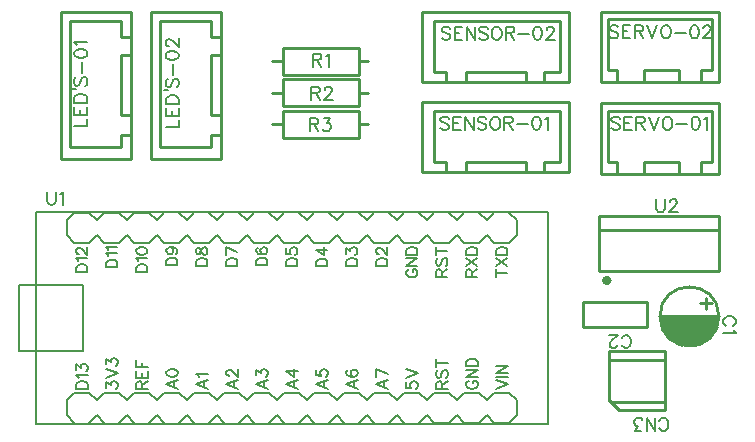
<source format=gto>
G04 Layer: TopSilkscreenLayer*
G04 EasyEDA v6.5.34, 2023-10-05 18:46:17*
G04 95b8fe5a1411474d91de7b1b8a81d935,93498b55e67a4190998fc8b5c4fdbdff,10*
G04 Gerber Generator version 0.2*
G04 Scale: 100 percent, Rotated: No, Reflected: No *
G04 Dimensions in millimeters *
G04 leading zeros omitted , absolute positions ,4 integer and 5 decimal *
%FSLAX45Y45*%
%MOMM*%

%ADD10C,0.1524*%
%ADD11C,0.1500*%
%ADD12C,0.2540*%
%ADD13C,0.1520*%
%ADD14C,0.4000*%
%ADD15C,0.0108*%

%LPD*%
D10*
X5675122Y5968492D02*
G01*
X5680456Y5958078D01*
X5690870Y5947663D01*
X5701029Y5942584D01*
X5721858Y5942584D01*
X5732272Y5947663D01*
X5742686Y5958078D01*
X5748020Y5968492D01*
X5753100Y5984239D01*
X5753100Y6010147D01*
X5748020Y6025642D01*
X5742686Y6036055D01*
X5732272Y6046470D01*
X5721858Y6051550D01*
X5701029Y6051550D01*
X5690870Y6046470D01*
X5680456Y6036055D01*
X5675122Y6025642D01*
X5635752Y5968492D02*
G01*
X5635752Y5963412D01*
X5630418Y5952997D01*
X5625338Y5947663D01*
X5614924Y5942584D01*
X5594095Y5942584D01*
X5583681Y5947663D01*
X5578602Y5952997D01*
X5573268Y5963412D01*
X5573268Y5973826D01*
X5578602Y5984239D01*
X5589015Y5999734D01*
X5640831Y6051550D01*
X5568188Y6051550D01*
X6617208Y6132321D02*
G01*
X6627622Y6137655D01*
X6638036Y6148070D01*
X6643115Y6158229D01*
X6643115Y6179057D01*
X6638036Y6189471D01*
X6627622Y6199886D01*
X6617208Y6205220D01*
X6601459Y6210300D01*
X6575552Y6210300D01*
X6560058Y6205220D01*
X6549643Y6199886D01*
X6539229Y6189471D01*
X6534150Y6179057D01*
X6534150Y6158229D01*
X6539229Y6148070D01*
X6549643Y6137655D01*
X6560058Y6132321D01*
X6622288Y6098031D02*
G01*
X6627622Y6087618D01*
X6643115Y6072123D01*
X6534150Y6072123D01*
X5969000Y7202220D02*
G01*
X5969000Y7124242D01*
X5974079Y7108748D01*
X5984493Y7098334D01*
X6000241Y7093254D01*
X6010656Y7093254D01*
X6026150Y7098334D01*
X6036563Y7108748D01*
X6041643Y7124242D01*
X6041643Y7202220D01*
X6081268Y7176312D02*
G01*
X6081268Y7181392D01*
X6086347Y7191806D01*
X6091681Y7197140D01*
X6102095Y7202220D01*
X6122670Y7202220D01*
X6133084Y7197140D01*
X6138418Y7191806D01*
X6143497Y7181392D01*
X6143497Y7170978D01*
X6138418Y7160564D01*
X6128004Y7145070D01*
X6075934Y7093254D01*
X6148831Y7093254D01*
X1040384Y7823200D02*
G01*
X1149350Y7823200D01*
X1149350Y7823200D02*
G01*
X1149350Y7885429D01*
X1040384Y7919720D02*
G01*
X1149350Y7919720D01*
X1040384Y7919720D02*
G01*
X1040384Y7987284D01*
X1092200Y7919720D02*
G01*
X1092200Y7961376D01*
X1149350Y7919720D02*
G01*
X1149350Y7987284D01*
X1040384Y8021573D02*
G01*
X1149350Y8021573D01*
X1040384Y8021573D02*
G01*
X1040384Y8058150D01*
X1045463Y8073644D01*
X1055878Y8084058D01*
X1066292Y8089137D01*
X1082039Y8094471D01*
X1107947Y8094471D01*
X1123442Y8089137D01*
X1133855Y8084058D01*
X1144270Y8073644D01*
X1149350Y8058150D01*
X1149350Y8021573D01*
X1024889Y8139176D02*
G01*
X1055878Y8139176D01*
X1055878Y8235695D02*
G01*
X1045463Y8225281D01*
X1040384Y8209787D01*
X1040384Y8188960D01*
X1045463Y8173465D01*
X1055878Y8163052D01*
X1066292Y8163052D01*
X1076705Y8168131D01*
X1082039Y8173465D01*
X1087120Y8183879D01*
X1097534Y8214868D01*
X1102613Y8225281D01*
X1107947Y8230615D01*
X1118362Y8235695D01*
X1133855Y8235695D01*
X1144270Y8225281D01*
X1149350Y8209787D01*
X1149350Y8188960D01*
X1144270Y8173465D01*
X1133855Y8163052D01*
X1102613Y8269986D02*
G01*
X1102613Y8363458D01*
X1040384Y8428989D02*
G01*
X1045463Y8413495D01*
X1061212Y8403081D01*
X1087120Y8397747D01*
X1102613Y8397747D01*
X1128776Y8403081D01*
X1144270Y8413495D01*
X1149350Y8428989D01*
X1149350Y8439404D01*
X1144270Y8454897D01*
X1128776Y8465312D01*
X1102613Y8470645D01*
X1087120Y8470645D01*
X1061212Y8465312D01*
X1045463Y8454897D01*
X1040384Y8439404D01*
X1040384Y8428989D01*
X1061212Y8504936D02*
G01*
X1055878Y8515350D01*
X1040384Y8530844D01*
X1149350Y8530844D01*
X1815084Y7810500D02*
G01*
X1924050Y7810500D01*
X1924050Y7810500D02*
G01*
X1924050Y7872729D01*
X1815084Y7907020D02*
G01*
X1924050Y7907020D01*
X1815084Y7907020D02*
G01*
X1815084Y7974584D01*
X1866900Y7907020D02*
G01*
X1866900Y7948676D01*
X1924050Y7907020D02*
G01*
X1924050Y7974584D01*
X1815084Y8008873D02*
G01*
X1924050Y8008873D01*
X1815084Y8008873D02*
G01*
X1815084Y8045450D01*
X1820163Y8060944D01*
X1830578Y8071358D01*
X1840992Y8076437D01*
X1856739Y8081771D01*
X1882647Y8081771D01*
X1898142Y8076437D01*
X1908555Y8071358D01*
X1918970Y8060944D01*
X1924050Y8045450D01*
X1924050Y8008873D01*
X1799589Y8126476D02*
G01*
X1830578Y8126476D01*
X1830578Y8222995D02*
G01*
X1820163Y8212581D01*
X1815084Y8197087D01*
X1815084Y8176260D01*
X1820163Y8160765D01*
X1830578Y8150352D01*
X1840992Y8150352D01*
X1851405Y8155431D01*
X1856739Y8160765D01*
X1861820Y8171179D01*
X1872234Y8202168D01*
X1877313Y8212581D01*
X1882647Y8217915D01*
X1893062Y8222995D01*
X1908555Y8222995D01*
X1918970Y8212581D01*
X1924050Y8197087D01*
X1924050Y8176260D01*
X1918970Y8160765D01*
X1908555Y8150352D01*
X1877313Y8257286D02*
G01*
X1877313Y8350758D01*
X1815084Y8416289D02*
G01*
X1820163Y8400795D01*
X1835912Y8390381D01*
X1861820Y8385047D01*
X1877313Y8385047D01*
X1903476Y8390381D01*
X1918970Y8400795D01*
X1924050Y8416289D01*
X1924050Y8426704D01*
X1918970Y8442197D01*
X1903476Y8452612D01*
X1877313Y8457945D01*
X1861820Y8457945D01*
X1835912Y8452612D01*
X1820163Y8442197D01*
X1815084Y8426704D01*
X1815084Y8416289D01*
X1840992Y8497315D02*
G01*
X1835912Y8497315D01*
X1825497Y8502650D01*
X1820163Y8507729D01*
X1815084Y8518144D01*
X1815084Y8538971D01*
X1820163Y8549386D01*
X1825497Y8554465D01*
X1835912Y8559800D01*
X1846326Y8559800D01*
X1856739Y8554465D01*
X1872234Y8544052D01*
X1924050Y8492236D01*
X1924050Y8564879D01*
X4212843Y7884921D02*
G01*
X4202429Y7895336D01*
X4186936Y7900415D01*
X4166108Y7900415D01*
X4150613Y7895336D01*
X4140200Y7884921D01*
X4140200Y7874508D01*
X4145279Y7864094D01*
X4150613Y7858760D01*
X4161027Y7853679D01*
X4192270Y7843265D01*
X4202429Y7838186D01*
X4207763Y7832852D01*
X4212843Y7822437D01*
X4212843Y7806944D01*
X4202429Y7796529D01*
X4186936Y7791450D01*
X4166108Y7791450D01*
X4150613Y7796529D01*
X4140200Y7806944D01*
X4247134Y7900415D02*
G01*
X4247134Y7791450D01*
X4247134Y7900415D02*
G01*
X4314697Y7900415D01*
X4247134Y7848600D02*
G01*
X4288790Y7848600D01*
X4247134Y7791450D02*
G01*
X4314697Y7791450D01*
X4348988Y7900415D02*
G01*
X4348988Y7791450D01*
X4348988Y7900415D02*
G01*
X4421886Y7791450D01*
X4421886Y7900415D02*
G01*
X4421886Y7791450D01*
X4528820Y7884921D02*
G01*
X4518406Y7895336D01*
X4502911Y7900415D01*
X4482084Y7900415D01*
X4466590Y7895336D01*
X4456175Y7884921D01*
X4456175Y7874508D01*
X4461256Y7864094D01*
X4466590Y7858760D01*
X4476750Y7853679D01*
X4507991Y7843265D01*
X4518406Y7838186D01*
X4523740Y7832852D01*
X4528820Y7822437D01*
X4528820Y7806944D01*
X4518406Y7796529D01*
X4502911Y7791450D01*
X4482084Y7791450D01*
X4466590Y7796529D01*
X4456175Y7806944D01*
X4594352Y7900415D02*
G01*
X4583938Y7895336D01*
X4573524Y7884921D01*
X4568190Y7874508D01*
X4563109Y7858760D01*
X4563109Y7832852D01*
X4568190Y7817358D01*
X4573524Y7806944D01*
X4583938Y7796529D01*
X4594352Y7791450D01*
X4615179Y7791450D01*
X4625340Y7796529D01*
X4635754Y7806944D01*
X4641088Y7817358D01*
X4646168Y7832852D01*
X4646168Y7858760D01*
X4641088Y7874508D01*
X4635754Y7884921D01*
X4625340Y7895336D01*
X4615179Y7900415D01*
X4594352Y7900415D01*
X4680458Y7900415D02*
G01*
X4680458Y7791450D01*
X4680458Y7900415D02*
G01*
X4727193Y7900415D01*
X4742941Y7895336D01*
X4748022Y7890002D01*
X4753356Y7879587D01*
X4753356Y7869173D01*
X4748022Y7858760D01*
X4742941Y7853679D01*
X4727193Y7848600D01*
X4680458Y7848600D01*
X4716779Y7848600D02*
G01*
X4753356Y7791450D01*
X4787645Y7838186D02*
G01*
X4881118Y7838186D01*
X4946650Y7900415D02*
G01*
X4930902Y7895336D01*
X4920488Y7879587D01*
X4915408Y7853679D01*
X4915408Y7838186D01*
X4920488Y7812023D01*
X4930902Y7796529D01*
X4946650Y7791450D01*
X4956809Y7791450D01*
X4972558Y7796529D01*
X4982972Y7812023D01*
X4988052Y7838186D01*
X4988052Y7853679D01*
X4982972Y7879587D01*
X4972558Y7895336D01*
X4956809Y7900415D01*
X4946650Y7900415D01*
X5022341Y7879587D02*
G01*
X5032756Y7884921D01*
X5048250Y7900415D01*
X5048250Y7791450D01*
X4225543Y8646921D02*
G01*
X4215129Y8657336D01*
X4199636Y8662415D01*
X4178808Y8662415D01*
X4163313Y8657336D01*
X4152900Y8646921D01*
X4152900Y8636508D01*
X4157979Y8626094D01*
X4163313Y8620760D01*
X4173727Y8615679D01*
X4204970Y8605265D01*
X4215129Y8600186D01*
X4220463Y8594852D01*
X4225543Y8584437D01*
X4225543Y8568944D01*
X4215129Y8558529D01*
X4199636Y8553450D01*
X4178808Y8553450D01*
X4163313Y8558529D01*
X4152900Y8568944D01*
X4259834Y8662415D02*
G01*
X4259834Y8553450D01*
X4259834Y8662415D02*
G01*
X4327397Y8662415D01*
X4259834Y8610600D02*
G01*
X4301490Y8610600D01*
X4259834Y8553450D02*
G01*
X4327397Y8553450D01*
X4361688Y8662415D02*
G01*
X4361688Y8553450D01*
X4361688Y8662415D02*
G01*
X4434586Y8553450D01*
X4434586Y8662415D02*
G01*
X4434586Y8553450D01*
X4541520Y8646921D02*
G01*
X4531106Y8657336D01*
X4515611Y8662415D01*
X4494784Y8662415D01*
X4479290Y8657336D01*
X4468875Y8646921D01*
X4468875Y8636508D01*
X4473956Y8626094D01*
X4479290Y8620760D01*
X4489450Y8615679D01*
X4520691Y8605265D01*
X4531106Y8600186D01*
X4536440Y8594852D01*
X4541520Y8584437D01*
X4541520Y8568944D01*
X4531106Y8558529D01*
X4515611Y8553450D01*
X4494784Y8553450D01*
X4479290Y8558529D01*
X4468875Y8568944D01*
X4607052Y8662415D02*
G01*
X4596638Y8657336D01*
X4586224Y8646921D01*
X4580890Y8636508D01*
X4575809Y8620760D01*
X4575809Y8594852D01*
X4580890Y8579358D01*
X4586224Y8568944D01*
X4596638Y8558529D01*
X4607052Y8553450D01*
X4627879Y8553450D01*
X4638040Y8558529D01*
X4648454Y8568944D01*
X4653788Y8579358D01*
X4658868Y8594852D01*
X4658868Y8620760D01*
X4653788Y8636508D01*
X4648454Y8646921D01*
X4638040Y8657336D01*
X4627879Y8662415D01*
X4607052Y8662415D01*
X4693158Y8662415D02*
G01*
X4693158Y8553450D01*
X4693158Y8662415D02*
G01*
X4739893Y8662415D01*
X4755641Y8657336D01*
X4760722Y8652002D01*
X4766056Y8641587D01*
X4766056Y8631174D01*
X4760722Y8620760D01*
X4755641Y8615679D01*
X4739893Y8610600D01*
X4693158Y8610600D01*
X4729479Y8610600D02*
G01*
X4766056Y8553450D01*
X4800345Y8600186D02*
G01*
X4893818Y8600186D01*
X4959350Y8662415D02*
G01*
X4943602Y8657336D01*
X4933188Y8641587D01*
X4928108Y8615679D01*
X4928108Y8600186D01*
X4933188Y8574024D01*
X4943602Y8558529D01*
X4959350Y8553450D01*
X4969509Y8553450D01*
X4985258Y8558529D01*
X4995672Y8574024D01*
X5000752Y8600186D01*
X5000752Y8615679D01*
X4995672Y8641587D01*
X4985258Y8657336D01*
X4969509Y8662415D01*
X4959350Y8662415D01*
X5040375Y8636508D02*
G01*
X5040375Y8641587D01*
X5045456Y8652002D01*
X5050790Y8657336D01*
X5060950Y8662415D01*
X5081777Y8662415D01*
X5092191Y8657336D01*
X5097525Y8652002D01*
X5102606Y8641587D01*
X5102606Y8631174D01*
X5097525Y8620760D01*
X5087111Y8605265D01*
X5035041Y8553450D01*
X5107940Y8553450D01*
X5660694Y7884921D02*
G01*
X5650280Y7895336D01*
X5634786Y7900415D01*
X5613958Y7900415D01*
X5598464Y7895336D01*
X5588050Y7884921D01*
X5588050Y7874508D01*
X5593130Y7864094D01*
X5598464Y7858760D01*
X5608878Y7853679D01*
X5639866Y7843265D01*
X5650280Y7838186D01*
X5655614Y7832852D01*
X5660694Y7822437D01*
X5660694Y7806944D01*
X5650280Y7796529D01*
X5634786Y7791450D01*
X5613958Y7791450D01*
X5598464Y7796529D01*
X5588050Y7806944D01*
X5694984Y7900415D02*
G01*
X5694984Y7791450D01*
X5694984Y7900415D02*
G01*
X5762548Y7900415D01*
X5694984Y7848600D02*
G01*
X5736640Y7848600D01*
X5694984Y7791450D02*
G01*
X5762548Y7791450D01*
X5796838Y7900415D02*
G01*
X5796838Y7791450D01*
X5796838Y7900415D02*
G01*
X5843574Y7900415D01*
X5859322Y7895336D01*
X5864402Y7890002D01*
X5869482Y7879587D01*
X5869482Y7869173D01*
X5864402Y7858760D01*
X5859322Y7853679D01*
X5843574Y7848600D01*
X5796838Y7848600D01*
X5833160Y7848600D02*
G01*
X5869482Y7791450D01*
X5903772Y7900415D02*
G01*
X5945428Y7791450D01*
X5987084Y7900415D02*
G01*
X5945428Y7791450D01*
X6052362Y7900415D02*
G01*
X6042202Y7895336D01*
X6031788Y7884921D01*
X6026454Y7874508D01*
X6021374Y7858760D01*
X6021374Y7832852D01*
X6026454Y7817358D01*
X6031788Y7806944D01*
X6042202Y7796529D01*
X6052362Y7791450D01*
X6073190Y7791450D01*
X6083604Y7796529D01*
X6094018Y7806944D01*
X6099352Y7817358D01*
X6104432Y7832852D01*
X6104432Y7858760D01*
X6099352Y7874508D01*
X6094018Y7884921D01*
X6083604Y7895336D01*
X6073190Y7900415D01*
X6052362Y7900415D01*
X6138722Y7838186D02*
G01*
X6232194Y7838186D01*
X6297726Y7900415D02*
G01*
X6282232Y7895336D01*
X6271818Y7879587D01*
X6266484Y7853679D01*
X6266484Y7838186D01*
X6271818Y7812023D01*
X6282232Y7796529D01*
X6297726Y7791450D01*
X6308140Y7791450D01*
X6323634Y7796529D01*
X6334048Y7812023D01*
X6339382Y7838186D01*
X6339382Y7853679D01*
X6334048Y7879587D01*
X6323634Y7895336D01*
X6308140Y7900415D01*
X6297726Y7900415D01*
X6373672Y7879587D02*
G01*
X6383832Y7884921D01*
X6399580Y7900415D01*
X6399580Y7791450D01*
X5647994Y8659621D02*
G01*
X5637580Y8670036D01*
X5622086Y8675115D01*
X5601258Y8675115D01*
X5585764Y8670036D01*
X5575350Y8659621D01*
X5575350Y8649208D01*
X5580430Y8638794D01*
X5585764Y8633460D01*
X5596178Y8628379D01*
X5627166Y8617965D01*
X5637580Y8612886D01*
X5642914Y8607552D01*
X5647994Y8597137D01*
X5647994Y8581644D01*
X5637580Y8571229D01*
X5622086Y8566150D01*
X5601258Y8566150D01*
X5585764Y8571229D01*
X5575350Y8581644D01*
X5682284Y8675115D02*
G01*
X5682284Y8566150D01*
X5682284Y8675115D02*
G01*
X5749848Y8675115D01*
X5682284Y8623300D02*
G01*
X5723940Y8623300D01*
X5682284Y8566150D02*
G01*
X5749848Y8566150D01*
X5784138Y8675115D02*
G01*
X5784138Y8566150D01*
X5784138Y8675115D02*
G01*
X5830874Y8675115D01*
X5846622Y8670036D01*
X5851702Y8664702D01*
X5856782Y8654287D01*
X5856782Y8643874D01*
X5851702Y8633460D01*
X5846622Y8628379D01*
X5830874Y8623300D01*
X5784138Y8623300D01*
X5820460Y8623300D02*
G01*
X5856782Y8566150D01*
X5891072Y8675115D02*
G01*
X5932728Y8566150D01*
X5974384Y8675115D02*
G01*
X5932728Y8566150D01*
X6039662Y8675115D02*
G01*
X6029502Y8670036D01*
X6019088Y8659621D01*
X6013754Y8649208D01*
X6008674Y8633460D01*
X6008674Y8607552D01*
X6013754Y8592058D01*
X6019088Y8581644D01*
X6029502Y8571229D01*
X6039662Y8566150D01*
X6060490Y8566150D01*
X6070904Y8571229D01*
X6081318Y8581644D01*
X6086652Y8592058D01*
X6091732Y8607552D01*
X6091732Y8633460D01*
X6086652Y8649208D01*
X6081318Y8659621D01*
X6070904Y8670036D01*
X6060490Y8675115D01*
X6039662Y8675115D01*
X6126022Y8612886D02*
G01*
X6219494Y8612886D01*
X6285026Y8675115D02*
G01*
X6269532Y8670036D01*
X6259118Y8654287D01*
X6253784Y8628379D01*
X6253784Y8612886D01*
X6259118Y8586724D01*
X6269532Y8571229D01*
X6285026Y8566150D01*
X6295440Y8566150D01*
X6310934Y8571229D01*
X6321348Y8586724D01*
X6326682Y8612886D01*
X6326682Y8628379D01*
X6321348Y8654287D01*
X6310934Y8670036D01*
X6295440Y8675115D01*
X6285026Y8675115D01*
X6366052Y8649208D02*
G01*
X6366052Y8654287D01*
X6371132Y8664702D01*
X6376466Y8670036D01*
X6386880Y8675115D01*
X6407708Y8675115D01*
X6418122Y8670036D01*
X6423202Y8664702D01*
X6428282Y8654287D01*
X6428282Y8643874D01*
X6423202Y8633460D01*
X6412788Y8617965D01*
X6360972Y8566150D01*
X6433616Y8566150D01*
X5992624Y5269999D02*
G01*
X5997958Y5259585D01*
X6008372Y5249171D01*
X6018532Y5244091D01*
X6039360Y5244091D01*
X6049774Y5249171D01*
X6060188Y5259585D01*
X6065522Y5269999D01*
X6070602Y5285747D01*
X6070602Y5311655D01*
X6065522Y5327149D01*
X6060188Y5337563D01*
X6049774Y5347977D01*
X6039360Y5353057D01*
X6018532Y5353057D01*
X6008372Y5347977D01*
X5997958Y5337563D01*
X5992624Y5327149D01*
X5958334Y5244091D02*
G01*
X5958334Y5353057D01*
X5958334Y5244091D02*
G01*
X5885690Y5353057D01*
X5885690Y5244091D02*
G01*
X5885690Y5353057D01*
X5840986Y5244091D02*
G01*
X5783836Y5244091D01*
X5815078Y5285747D01*
X5799330Y5285747D01*
X5788916Y5290827D01*
X5783836Y5295907D01*
X5778502Y5311655D01*
X5778502Y5322069D01*
X5783836Y5337563D01*
X5794250Y5347977D01*
X5809744Y5353057D01*
X5825492Y5353057D01*
X5840986Y5347977D01*
X5846066Y5342897D01*
X5851400Y5332483D01*
X3060700Y8433815D02*
G01*
X3060700Y8324850D01*
X3060700Y8433815D02*
G01*
X3107436Y8433815D01*
X3122929Y8428736D01*
X3128263Y8423402D01*
X3133343Y8412987D01*
X3133343Y8402574D01*
X3128263Y8392160D01*
X3122929Y8387079D01*
X3107436Y8382000D01*
X3060700Y8382000D01*
X3097022Y8382000D02*
G01*
X3133343Y8324850D01*
X3167634Y8412987D02*
G01*
X3178047Y8418321D01*
X3193795Y8433815D01*
X3193795Y8324850D01*
X3048000Y8154415D02*
G01*
X3048000Y8045450D01*
X3048000Y8154415D02*
G01*
X3094736Y8154415D01*
X3110229Y8149336D01*
X3115563Y8144002D01*
X3120643Y8133587D01*
X3120643Y8123173D01*
X3115563Y8112760D01*
X3110229Y8107679D01*
X3094736Y8102600D01*
X3048000Y8102600D01*
X3084322Y8102600D02*
G01*
X3120643Y8045450D01*
X3160268Y8128508D02*
G01*
X3160268Y8133587D01*
X3165347Y8144002D01*
X3170681Y8149336D01*
X3181095Y8154415D01*
X3201670Y8154415D01*
X3212084Y8149336D01*
X3217418Y8144002D01*
X3222497Y8133587D01*
X3222497Y8123173D01*
X3217418Y8112760D01*
X3207004Y8097265D01*
X3154934Y8045450D01*
X3227831Y8045450D01*
X3035300Y7887715D02*
G01*
X3035300Y7778750D01*
X3035300Y7887715D02*
G01*
X3082036Y7887715D01*
X3097529Y7882636D01*
X3102863Y7877302D01*
X3107943Y7866887D01*
X3107943Y7856473D01*
X3102863Y7846060D01*
X3097529Y7840979D01*
X3082036Y7835900D01*
X3035300Y7835900D01*
X3071622Y7835900D02*
G01*
X3107943Y7778750D01*
X3152647Y7887715D02*
G01*
X3209797Y7887715D01*
X3178809Y7846060D01*
X3194304Y7846060D01*
X3204718Y7840979D01*
X3209797Y7835900D01*
X3215131Y7820152D01*
X3215131Y7809737D01*
X3209797Y7794244D01*
X3199384Y7783829D01*
X3183890Y7778750D01*
X3168395Y7778750D01*
X3152647Y7783829D01*
X3147568Y7788910D01*
X3142234Y7799323D01*
X812800Y7265415D02*
G01*
X812800Y7187437D01*
X817879Y7171944D01*
X828294Y7161529D01*
X844042Y7156450D01*
X854455Y7156450D01*
X869950Y7161529D01*
X880363Y7171944D01*
X885444Y7187437D01*
X885444Y7265415D01*
X919734Y7244587D02*
G01*
X930147Y7249921D01*
X945895Y7265415D01*
X945895Y7156450D01*
D11*
X1058862Y5598594D02*
G01*
X1154366Y5598594D01*
X1058862Y5598594D02*
G01*
X1058862Y5630344D01*
X1063434Y5644060D01*
X1072324Y5653204D01*
X1081468Y5657776D01*
X1095184Y5662348D01*
X1117790Y5662348D01*
X1131506Y5657776D01*
X1140650Y5653204D01*
X1149794Y5644060D01*
X1154366Y5630344D01*
X1154366Y5598594D01*
X1076896Y5692320D02*
G01*
X1072324Y5701210D01*
X1058862Y5714926D01*
X1154366Y5714926D01*
X1058862Y5754042D02*
G01*
X1058862Y5804080D01*
X1095184Y5776902D01*
X1095184Y5790364D01*
X1099756Y5799508D01*
X1104328Y5804080D01*
X1117790Y5808652D01*
X1126934Y5808652D01*
X1140650Y5804080D01*
X1149794Y5794936D01*
X1154366Y5781220D01*
X1154366Y5767758D01*
X1149794Y5754042D01*
X1145222Y5749470D01*
X1136078Y5744898D01*
X1312857Y5607733D02*
G01*
X1312857Y5657771D01*
X1349179Y5630339D01*
X1349179Y5644055D01*
X1353751Y5653199D01*
X1358323Y5657771D01*
X1371785Y5662343D01*
X1380929Y5662343D01*
X1394645Y5657771D01*
X1403789Y5648627D01*
X1408361Y5634911D01*
X1408361Y5621195D01*
X1403789Y5607733D01*
X1399217Y5603161D01*
X1390073Y5598589D01*
X1312857Y5692315D02*
G01*
X1408361Y5728637D01*
X1312857Y5764959D02*
G01*
X1408361Y5728637D01*
X1312857Y5804075D02*
G01*
X1312857Y5854113D01*
X1349179Y5826681D01*
X1349179Y5840397D01*
X1353751Y5849541D01*
X1358323Y5854113D01*
X1371785Y5858685D01*
X1380929Y5858685D01*
X1394645Y5854113D01*
X1403789Y5844969D01*
X1408361Y5831253D01*
X1408361Y5817791D01*
X1403789Y5804075D01*
X1399217Y5799503D01*
X1390073Y5794931D01*
X1566857Y5598589D02*
G01*
X1662361Y5598589D01*
X1566857Y5598589D02*
G01*
X1566857Y5639483D01*
X1571429Y5653199D01*
X1576001Y5657771D01*
X1584891Y5662343D01*
X1594035Y5662343D01*
X1603179Y5657771D01*
X1607751Y5653199D01*
X1612323Y5639483D01*
X1612323Y5598589D01*
X1612323Y5630339D02*
G01*
X1662361Y5662343D01*
X1566857Y5692315D02*
G01*
X1662361Y5692315D01*
X1566857Y5692315D02*
G01*
X1566857Y5751243D01*
X1612323Y5692315D02*
G01*
X1612323Y5728637D01*
X1662361Y5692315D02*
G01*
X1662361Y5751243D01*
X1566857Y5781215D02*
G01*
X1662361Y5781215D01*
X1566857Y5781215D02*
G01*
X1566857Y5840397D01*
X1612323Y5781215D02*
G01*
X1612323Y5817791D01*
X1820859Y5634913D02*
G01*
X1916363Y5598591D01*
X1820859Y5634913D02*
G01*
X1916363Y5671235D01*
X1884359Y5612307D02*
G01*
X1884359Y5657773D01*
X1820859Y5728639D02*
G01*
X1825431Y5714923D01*
X1838893Y5705779D01*
X1861753Y5701207D01*
X1875215Y5701207D01*
X1898075Y5705779D01*
X1911791Y5714923D01*
X1916363Y5728639D01*
X1916363Y5737783D01*
X1911791Y5751245D01*
X1898075Y5760389D01*
X1875215Y5764961D01*
X1861753Y5764961D01*
X1838893Y5760389D01*
X1825431Y5751245D01*
X1820859Y5737783D01*
X1820859Y5728639D01*
X2074857Y5634911D02*
G01*
X2170361Y5598589D01*
X2074857Y5634911D02*
G01*
X2170361Y5671233D01*
X2138357Y5612305D02*
G01*
X2138357Y5657771D01*
X2092891Y5701205D02*
G01*
X2088319Y5710349D01*
X2074857Y5724065D01*
X2170361Y5724065D01*
X2328859Y5634913D02*
G01*
X2424363Y5598591D01*
X2328859Y5634913D02*
G01*
X2424363Y5671235D01*
X2392359Y5612307D02*
G01*
X2392359Y5657773D01*
X2351465Y5705779D02*
G01*
X2346893Y5705779D01*
X2338003Y5710351D01*
X2333431Y5714923D01*
X2328859Y5724067D01*
X2328859Y5742101D01*
X2333431Y5751245D01*
X2338003Y5755817D01*
X2346893Y5760389D01*
X2356037Y5760389D01*
X2365181Y5755817D01*
X2378897Y5746673D01*
X2424363Y5701207D01*
X2424363Y5764961D01*
X2582859Y5634913D02*
G01*
X2678363Y5598591D01*
X2582859Y5634913D02*
G01*
X2678363Y5671235D01*
X2646359Y5612307D02*
G01*
X2646359Y5657773D01*
X2582859Y5710351D02*
G01*
X2582859Y5760389D01*
X2619181Y5733211D01*
X2619181Y5746673D01*
X2623753Y5755817D01*
X2628325Y5760389D01*
X2641787Y5764961D01*
X2650931Y5764961D01*
X2664647Y5760389D01*
X2673791Y5751245D01*
X2678363Y5737783D01*
X2678363Y5724067D01*
X2673791Y5710351D01*
X2669219Y5705779D01*
X2660075Y5701207D01*
X2836862Y5634916D02*
G01*
X2932366Y5598594D01*
X2836862Y5634916D02*
G01*
X2932366Y5671238D01*
X2900362Y5612310D02*
G01*
X2900362Y5657776D01*
X2836862Y5746676D02*
G01*
X2900362Y5701210D01*
X2900362Y5769536D01*
X2836862Y5746676D02*
G01*
X2932366Y5746676D01*
X3090859Y5634913D02*
G01*
X3186363Y5598591D01*
X3090859Y5634913D02*
G01*
X3186363Y5671235D01*
X3154359Y5612307D02*
G01*
X3154359Y5657773D01*
X3090859Y5755817D02*
G01*
X3090859Y5710351D01*
X3131753Y5705779D01*
X3127181Y5710351D01*
X3122609Y5724067D01*
X3122609Y5737783D01*
X3127181Y5751245D01*
X3136325Y5760389D01*
X3149787Y5764961D01*
X3158931Y5764961D01*
X3172647Y5760389D01*
X3181791Y5751245D01*
X3186363Y5737783D01*
X3186363Y5724067D01*
X3181791Y5710351D01*
X3177219Y5705779D01*
X3168075Y5701207D01*
X3344862Y5634916D02*
G01*
X3440366Y5598594D01*
X3344862Y5634916D02*
G01*
X3440366Y5671238D01*
X3408362Y5612310D02*
G01*
X3408362Y5657776D01*
X3358324Y5755820D02*
G01*
X3349434Y5751248D01*
X3344862Y5737786D01*
X3344862Y5728642D01*
X3349434Y5714926D01*
X3362896Y5705782D01*
X3385756Y5701210D01*
X3408362Y5701210D01*
X3426650Y5705782D01*
X3435794Y5714926D01*
X3440366Y5728642D01*
X3440366Y5733214D01*
X3435794Y5746676D01*
X3426650Y5755820D01*
X3412934Y5760392D01*
X3408362Y5760392D01*
X3394900Y5755820D01*
X3385756Y5746676D01*
X3381184Y5733214D01*
X3381184Y5728642D01*
X3385756Y5714926D01*
X3394900Y5705782D01*
X3408362Y5701210D01*
X3598859Y5634913D02*
G01*
X3694363Y5598591D01*
X3598859Y5634913D02*
G01*
X3694363Y5671235D01*
X3662359Y5612307D02*
G01*
X3662359Y5657773D01*
X3598859Y5764961D02*
G01*
X3694363Y5719495D01*
X3598859Y5701207D02*
G01*
X3598859Y5764961D01*
X3852859Y5653201D02*
G01*
X3852859Y5607735D01*
X3893753Y5603163D01*
X3889181Y5607735D01*
X3884609Y5621197D01*
X3884609Y5634913D01*
X3889181Y5648629D01*
X3898325Y5657773D01*
X3911787Y5662345D01*
X3920931Y5662345D01*
X3934647Y5657773D01*
X3943791Y5648629D01*
X3948363Y5634913D01*
X3948363Y5621197D01*
X3943791Y5607735D01*
X3939219Y5603163D01*
X3930075Y5598591D01*
X3852859Y5692317D02*
G01*
X3948363Y5728639D01*
X3852859Y5764961D02*
G01*
X3948363Y5728639D01*
X4106857Y5598589D02*
G01*
X4202361Y5598589D01*
X4106857Y5598589D02*
G01*
X4106857Y5639483D01*
X4111429Y5653199D01*
X4116001Y5657771D01*
X4124891Y5662343D01*
X4134035Y5662343D01*
X4143179Y5657771D01*
X4147751Y5653199D01*
X4152323Y5639483D01*
X4152323Y5598589D01*
X4152323Y5630339D02*
G01*
X4202361Y5662343D01*
X4120319Y5755815D02*
G01*
X4111429Y5746671D01*
X4106857Y5733209D01*
X4106857Y5714921D01*
X4111429Y5701205D01*
X4120319Y5692315D01*
X4129463Y5692315D01*
X4138607Y5696887D01*
X4143179Y5701205D01*
X4147751Y5710349D01*
X4156895Y5737781D01*
X4161213Y5746671D01*
X4165785Y5751243D01*
X4174929Y5755815D01*
X4188645Y5755815D01*
X4197789Y5746671D01*
X4202361Y5733209D01*
X4202361Y5714921D01*
X4197789Y5701205D01*
X4188645Y5692315D01*
X4106857Y5817791D02*
G01*
X4202361Y5817791D01*
X4106857Y5785787D02*
G01*
X4106857Y5849541D01*
X4383465Y5666663D02*
G01*
X4374321Y5662345D01*
X4365431Y5653201D01*
X4360859Y5644057D01*
X4360859Y5625769D01*
X4365431Y5616879D01*
X4374321Y5607735D01*
X4383465Y5603163D01*
X4397181Y5598591D01*
X4419787Y5598591D01*
X4433503Y5603163D01*
X4442647Y5607735D01*
X4451791Y5616879D01*
X4456363Y5625769D01*
X4456363Y5644057D01*
X4451791Y5653201D01*
X4442647Y5662345D01*
X4433503Y5666663D01*
X4419787Y5666663D01*
X4419787Y5644057D02*
G01*
X4419787Y5666663D01*
X4360859Y5696889D02*
G01*
X4456363Y5696889D01*
X4360859Y5696889D02*
G01*
X4456363Y5760389D01*
X4360859Y5760389D02*
G01*
X4456363Y5760389D01*
X4360859Y5790361D02*
G01*
X4456363Y5790361D01*
X4360859Y5790361D02*
G01*
X4360859Y5822111D01*
X4365431Y5835827D01*
X4374321Y5844971D01*
X4383465Y5849543D01*
X4397181Y5854115D01*
X4419787Y5854115D01*
X4433503Y5849543D01*
X4442647Y5844971D01*
X4451791Y5835827D01*
X4456363Y5822111D01*
X4456363Y5790361D01*
X4614862Y5598594D02*
G01*
X4710366Y5634916D01*
X4614862Y5671238D02*
G01*
X4710366Y5634916D01*
X4614862Y5701210D02*
G01*
X4710366Y5701210D01*
X4614862Y5731436D02*
G01*
X4710366Y5731436D01*
X4614862Y5731436D02*
G01*
X4710366Y5794936D01*
X4614862Y5794936D02*
G01*
X4710366Y5794936D01*
X1056858Y6587492D02*
G01*
X1152362Y6587492D01*
X1056858Y6587492D02*
G01*
X1056858Y6619242D01*
X1061430Y6632958D01*
X1070320Y6642102D01*
X1079464Y6646674D01*
X1093180Y6651246D01*
X1115786Y6651246D01*
X1129502Y6646674D01*
X1138646Y6642102D01*
X1147790Y6632958D01*
X1152362Y6619242D01*
X1152362Y6587492D01*
X1074892Y6681218D02*
G01*
X1070320Y6690108D01*
X1056858Y6703824D01*
X1152362Y6703824D01*
X1079464Y6738368D02*
G01*
X1074892Y6738368D01*
X1066002Y6742940D01*
X1061430Y6747512D01*
X1056858Y6756656D01*
X1056858Y6774690D01*
X1061430Y6783834D01*
X1066002Y6788406D01*
X1074892Y6792978D01*
X1084036Y6792978D01*
X1093180Y6788406D01*
X1106896Y6779262D01*
X1152362Y6733796D01*
X1152362Y6797550D01*
X1310855Y6628386D02*
G01*
X1406359Y6628386D01*
X1310855Y6628386D02*
G01*
X1310855Y6660136D01*
X1315427Y6673852D01*
X1324317Y6682996D01*
X1333461Y6687568D01*
X1347177Y6692140D01*
X1369783Y6692140D01*
X1383499Y6687568D01*
X1392643Y6682996D01*
X1401787Y6673852D01*
X1406359Y6660136D01*
X1406359Y6628386D01*
X1328889Y6722112D02*
G01*
X1324317Y6731002D01*
X1310855Y6744718D01*
X1406359Y6744718D01*
X1328889Y6774690D02*
G01*
X1324317Y6783834D01*
X1310855Y6797550D01*
X1406359Y6797550D01*
X1564858Y6587492D02*
G01*
X1660362Y6587492D01*
X1564858Y6587492D02*
G01*
X1564858Y6619242D01*
X1569430Y6632958D01*
X1578320Y6642102D01*
X1587464Y6646674D01*
X1601180Y6651246D01*
X1623786Y6651246D01*
X1637502Y6646674D01*
X1646646Y6642102D01*
X1655790Y6632958D01*
X1660362Y6619242D01*
X1660362Y6587492D01*
X1582892Y6681218D02*
G01*
X1578320Y6690108D01*
X1564858Y6703824D01*
X1660362Y6703824D01*
X1564858Y6761228D02*
G01*
X1569430Y6747512D01*
X1582892Y6738368D01*
X1605752Y6733796D01*
X1619214Y6733796D01*
X1642074Y6738368D01*
X1655790Y6747512D01*
X1660362Y6761228D01*
X1660362Y6770118D01*
X1655790Y6783834D01*
X1642074Y6792978D01*
X1619214Y6797550D01*
X1605752Y6797550D01*
X1582892Y6792978D01*
X1569430Y6783834D01*
X1564858Y6770118D01*
X1564858Y6761228D01*
X1818858Y6644896D02*
G01*
X1914362Y6644896D01*
X1818858Y6644896D02*
G01*
X1818858Y6676646D01*
X1823430Y6690362D01*
X1832320Y6699506D01*
X1841464Y6704078D01*
X1855180Y6708650D01*
X1877786Y6708650D01*
X1891502Y6704078D01*
X1900646Y6699506D01*
X1909790Y6690362D01*
X1914362Y6676646D01*
X1914362Y6644896D01*
X1850608Y6797550D02*
G01*
X1864324Y6792978D01*
X1873214Y6784088D01*
X1877786Y6770372D01*
X1877786Y6765800D01*
X1873214Y6752084D01*
X1864324Y6743194D01*
X1850608Y6738622D01*
X1846036Y6738622D01*
X1832320Y6743194D01*
X1823430Y6752084D01*
X1818858Y6765800D01*
X1818858Y6770372D01*
X1823430Y6784088D01*
X1832320Y6792978D01*
X1850608Y6797550D01*
X1873214Y6797550D01*
X1896074Y6792978D01*
X1909790Y6784088D01*
X1914362Y6770372D01*
X1914362Y6761228D01*
X1909790Y6747512D01*
X1900646Y6743194D01*
X2072855Y6640324D02*
G01*
X2168359Y6640324D01*
X2072855Y6640324D02*
G01*
X2072855Y6672074D01*
X2077427Y6685790D01*
X2086317Y6694934D01*
X2095461Y6699506D01*
X2109177Y6704078D01*
X2131783Y6704078D01*
X2145499Y6699506D01*
X2154643Y6694934D01*
X2163787Y6685790D01*
X2168359Y6672074D01*
X2168359Y6640324D01*
X2072855Y6756656D02*
G01*
X2077427Y6742940D01*
X2086317Y6738622D01*
X2095461Y6738622D01*
X2104605Y6742940D01*
X2109177Y6752084D01*
X2113749Y6770372D01*
X2118321Y6783834D01*
X2127211Y6792978D01*
X2136355Y6797550D01*
X2150071Y6797550D01*
X2159215Y6792978D01*
X2163787Y6788406D01*
X2168359Y6774944D01*
X2168359Y6756656D01*
X2163787Y6742940D01*
X2159215Y6738622D01*
X2150071Y6734050D01*
X2136355Y6734050D01*
X2127211Y6738622D01*
X2118321Y6747512D01*
X2113749Y6761228D01*
X2109177Y6779516D01*
X2104605Y6788406D01*
X2095461Y6792978D01*
X2086317Y6792978D01*
X2077427Y6788406D01*
X2072855Y6774944D01*
X2072855Y6756656D01*
X2326858Y6640324D02*
G01*
X2422362Y6640324D01*
X2326858Y6640324D02*
G01*
X2326858Y6672074D01*
X2331430Y6685790D01*
X2340320Y6694934D01*
X2349464Y6699506D01*
X2363180Y6704078D01*
X2385786Y6704078D01*
X2399502Y6699506D01*
X2408646Y6694934D01*
X2417790Y6685790D01*
X2422362Y6672074D01*
X2422362Y6640324D01*
X2326858Y6797550D02*
G01*
X2422362Y6752084D01*
X2326858Y6734050D02*
G01*
X2326858Y6797550D01*
X2580858Y6644896D02*
G01*
X2676362Y6644896D01*
X2580858Y6644896D02*
G01*
X2580858Y6676646D01*
X2585430Y6690362D01*
X2594320Y6699506D01*
X2603464Y6704078D01*
X2617180Y6708650D01*
X2639786Y6708650D01*
X2653502Y6704078D01*
X2662646Y6699506D01*
X2671790Y6690362D01*
X2676362Y6676646D01*
X2676362Y6644896D01*
X2594320Y6792978D02*
G01*
X2585430Y6788406D01*
X2580858Y6774944D01*
X2580858Y6765800D01*
X2585430Y6752084D01*
X2598892Y6743194D01*
X2621752Y6738622D01*
X2644358Y6738622D01*
X2662646Y6743194D01*
X2671790Y6752084D01*
X2676362Y6765800D01*
X2676362Y6770372D01*
X2671790Y6784088D01*
X2662646Y6792978D01*
X2648930Y6797550D01*
X2644358Y6797550D01*
X2630896Y6792978D01*
X2621752Y6784088D01*
X2617180Y6770372D01*
X2617180Y6765800D01*
X2621752Y6752084D01*
X2630896Y6743194D01*
X2644358Y6738622D01*
X2834855Y6640324D02*
G01*
X2930359Y6640324D01*
X2834855Y6640324D02*
G01*
X2834855Y6672074D01*
X2839427Y6685790D01*
X2848317Y6694934D01*
X2857461Y6699506D01*
X2871177Y6704078D01*
X2893783Y6704078D01*
X2907499Y6699506D01*
X2916643Y6694934D01*
X2925787Y6685790D01*
X2930359Y6672074D01*
X2930359Y6640324D01*
X2834855Y6788406D02*
G01*
X2834855Y6742940D01*
X2875749Y6738622D01*
X2871177Y6742940D01*
X2866605Y6756656D01*
X2866605Y6770372D01*
X2871177Y6783834D01*
X2880321Y6792978D01*
X2893783Y6797550D01*
X2902927Y6797550D01*
X2916643Y6792978D01*
X2925787Y6783834D01*
X2930359Y6770372D01*
X2930359Y6756656D01*
X2925787Y6742940D01*
X2921215Y6738622D01*
X2912071Y6734050D01*
X3088858Y6635752D02*
G01*
X3184362Y6635752D01*
X3088858Y6635752D02*
G01*
X3088858Y6667502D01*
X3093430Y6681218D01*
X3102320Y6690362D01*
X3111464Y6694934D01*
X3125180Y6699506D01*
X3147786Y6699506D01*
X3161502Y6694934D01*
X3170646Y6690362D01*
X3179790Y6681218D01*
X3184362Y6667502D01*
X3184362Y6635752D01*
X3088858Y6774944D02*
G01*
X3152358Y6729478D01*
X3152358Y6797550D01*
X3088858Y6774944D02*
G01*
X3184362Y6774944D01*
X3342858Y6640324D02*
G01*
X3438362Y6640324D01*
X3342858Y6640324D02*
G01*
X3342858Y6672074D01*
X3347430Y6685790D01*
X3356320Y6694934D01*
X3365464Y6699506D01*
X3379180Y6704078D01*
X3401786Y6704078D01*
X3415502Y6699506D01*
X3424646Y6694934D01*
X3433790Y6685790D01*
X3438362Y6672074D01*
X3438362Y6640324D01*
X3342858Y6742940D02*
G01*
X3342858Y6792978D01*
X3379180Y6765800D01*
X3379180Y6779516D01*
X3383752Y6788406D01*
X3388324Y6792978D01*
X3401786Y6797550D01*
X3410930Y6797550D01*
X3424646Y6792978D01*
X3433790Y6783834D01*
X3438362Y6770372D01*
X3438362Y6756656D01*
X3433790Y6742940D01*
X3429218Y6738622D01*
X3420074Y6734050D01*
X3596855Y6640324D02*
G01*
X3692359Y6640324D01*
X3596855Y6640324D02*
G01*
X3596855Y6672074D01*
X3601427Y6685790D01*
X3610317Y6694934D01*
X3619461Y6699506D01*
X3633177Y6704078D01*
X3655783Y6704078D01*
X3669499Y6699506D01*
X3678643Y6694934D01*
X3687787Y6685790D01*
X3692359Y6672074D01*
X3692359Y6640324D01*
X3619461Y6738622D02*
G01*
X3614889Y6738622D01*
X3605999Y6742940D01*
X3601427Y6747512D01*
X3596855Y6756656D01*
X3596855Y6774944D01*
X3601427Y6783834D01*
X3605999Y6788406D01*
X3614889Y6792978D01*
X3624033Y6792978D01*
X3633177Y6788406D01*
X3646893Y6779516D01*
X3692359Y6734050D01*
X3692359Y6797550D01*
X3873464Y6610098D02*
G01*
X3864320Y6605780D01*
X3855430Y6596636D01*
X3850858Y6587492D01*
X3850858Y6569204D01*
X3855430Y6560314D01*
X3864320Y6551170D01*
X3873464Y6546598D01*
X3887180Y6542026D01*
X3909786Y6542026D01*
X3923502Y6546598D01*
X3932646Y6551170D01*
X3941790Y6560314D01*
X3946362Y6569204D01*
X3946362Y6587492D01*
X3941790Y6596636D01*
X3932646Y6605780D01*
X3923502Y6610098D01*
X3909786Y6610098D01*
X3909786Y6587492D02*
G01*
X3909786Y6610098D01*
X3850858Y6640324D02*
G01*
X3946362Y6640324D01*
X3850858Y6640324D02*
G01*
X3946362Y6703824D01*
X3850858Y6703824D02*
G01*
X3946362Y6703824D01*
X3850858Y6733796D02*
G01*
X3946362Y6733796D01*
X3850858Y6733796D02*
G01*
X3850858Y6765546D01*
X3855430Y6779262D01*
X3864320Y6788406D01*
X3873464Y6792978D01*
X3887180Y6797550D01*
X3909786Y6797550D01*
X3923502Y6792978D01*
X3932646Y6788406D01*
X3941790Y6779262D01*
X3946362Y6765546D01*
X3946362Y6733796D01*
X4104858Y6546598D02*
G01*
X4200362Y6546598D01*
X4104858Y6546598D02*
G01*
X4104858Y6587492D01*
X4109430Y6601208D01*
X4114002Y6605780D01*
X4122892Y6610352D01*
X4132036Y6610352D01*
X4141180Y6605780D01*
X4145752Y6601208D01*
X4150324Y6587492D01*
X4150324Y6546598D01*
X4150324Y6578348D02*
G01*
X4200362Y6610352D01*
X4118320Y6703824D02*
G01*
X4109430Y6694680D01*
X4104858Y6681218D01*
X4104858Y6662930D01*
X4109430Y6649214D01*
X4118320Y6640324D01*
X4127464Y6640324D01*
X4136608Y6644896D01*
X4141180Y6649214D01*
X4145752Y6658358D01*
X4154896Y6685790D01*
X4159214Y6694680D01*
X4163786Y6699252D01*
X4172930Y6703824D01*
X4186646Y6703824D01*
X4195790Y6694680D01*
X4200362Y6681218D01*
X4200362Y6662930D01*
X4195790Y6649214D01*
X4186646Y6640324D01*
X4104858Y6765800D02*
G01*
X4200362Y6765800D01*
X4104858Y6733796D02*
G01*
X4104858Y6797550D01*
X4358855Y6546598D02*
G01*
X4454359Y6546598D01*
X4358855Y6546598D02*
G01*
X4358855Y6587492D01*
X4363427Y6601208D01*
X4367999Y6605780D01*
X4376889Y6610352D01*
X4386033Y6610352D01*
X4395177Y6605780D01*
X4399749Y6601208D01*
X4404321Y6587492D01*
X4404321Y6546598D01*
X4404321Y6578348D02*
G01*
X4454359Y6610352D01*
X4358855Y6640324D02*
G01*
X4454359Y6703824D01*
X4358855Y6703824D02*
G01*
X4454359Y6640324D01*
X4358855Y6733796D02*
G01*
X4454359Y6733796D01*
X4358855Y6733796D02*
G01*
X4358855Y6765800D01*
X4363427Y6779262D01*
X4372317Y6788406D01*
X4381461Y6792978D01*
X4395177Y6797550D01*
X4417783Y6797550D01*
X4431499Y6792978D01*
X4440643Y6788406D01*
X4449787Y6779262D01*
X4454359Y6765800D01*
X4454359Y6733796D01*
X4612858Y6578348D02*
G01*
X4708362Y6578348D01*
X4612858Y6546598D02*
G01*
X4612858Y6610352D01*
X4612858Y6640324D02*
G01*
X4708362Y6703824D01*
X4612858Y6703824D02*
G01*
X4708362Y6640324D01*
X4612858Y6733796D02*
G01*
X4708362Y6733796D01*
X4612858Y6733796D02*
G01*
X4612858Y6765800D01*
X4617430Y6779262D01*
X4626320Y6788406D01*
X4635464Y6792978D01*
X4649180Y6797550D01*
X4671786Y6797550D01*
X4685502Y6792978D01*
X4694646Y6788406D01*
X4703790Y6779262D01*
X4708362Y6765800D01*
X4708362Y6733796D01*
G36*
X5998413Y6210300D02*
G01*
X6028385Y6100318D01*
X6068415Y6030315D01*
X6148425Y5980277D01*
X6238392Y5960313D01*
X6338417Y5980277D01*
X6418376Y6030315D01*
X6478422Y6110325D01*
X6498386Y6210300D01*
G37*
D12*
X5890386Y6123000D02*
G01*
X5350408Y6123000D01*
X5350408Y6333007D02*
G01*
X5890386Y6333007D01*
X5890386Y6123000D02*
G01*
X5890386Y6333007D01*
X5350408Y6123000D02*
G01*
X5350408Y6333007D01*
X6498386Y6210300D02*
G01*
X5998387Y6210300D01*
X6478397Y6120307D02*
G01*
X6388404Y6210300D01*
X6438391Y6060287D02*
G01*
X6288404Y6210300D01*
X6378397Y6010300D02*
G01*
X6178397Y6210300D01*
X6308394Y5970295D02*
G01*
X6068390Y6210300D01*
X6188405Y5970295D02*
G01*
X6008395Y6150305D01*
X6388404Y6370294D02*
G01*
X6388404Y6270294D01*
X6438391Y6320307D02*
G01*
X6338392Y6320307D01*
X5486400Y6944281D02*
G01*
X6502400Y6944281D01*
X5486400Y7061200D02*
G01*
X6502400Y7061200D01*
X6502400Y6591300D01*
X5486400Y6591300D01*
X5486400Y7061200D01*
X1511401Y8572500D02*
G01*
X1435201Y8572500D01*
X1435201Y8712200D01*
X1003401Y8712200D01*
X1003401Y7645400D01*
X1435201Y7645400D01*
X1435201Y7747000D01*
X1511401Y7747000D01*
X1524101Y7747000D01*
X1524101Y7912100D02*
G01*
X1435201Y7912100D01*
X1435201Y8420100D01*
X1524101Y8420100D01*
X927201Y7543800D02*
G01*
X927201Y8788400D01*
X1524101Y8788400D01*
X1524101Y7543800D01*
X927201Y7543800D01*
X2273401Y8572500D02*
G01*
X2197201Y8572500D01*
X2197201Y8712200D01*
X1765401Y8712200D01*
X1765401Y7645400D01*
X2197201Y7645400D01*
X2197201Y7747000D01*
X2273401Y7747000D01*
X2286101Y7747000D01*
X2286101Y7912100D02*
G01*
X2197201Y7912100D01*
X2197201Y8420100D01*
X2286101Y8420100D01*
X1689201Y7543800D02*
G01*
X1689201Y8788400D01*
X2286101Y8788400D01*
X2286101Y7543800D01*
X1689201Y7543800D01*
X5016601Y7442200D02*
G01*
X5016601Y7518400D01*
X5156301Y7518400D01*
X5156301Y7950200D01*
X4089501Y7950200D01*
X4089501Y7518400D01*
X4191101Y7518400D01*
X4191101Y7442200D01*
X4191101Y7429500D01*
X4356201Y7429500D02*
G01*
X4356201Y7518400D01*
X4864201Y7518400D01*
X4864201Y7429500D01*
X3987901Y8026400D02*
G01*
X5232501Y8026400D01*
X5232501Y7429500D01*
X3987901Y7429500D01*
X3987901Y8026400D01*
X5016601Y8204200D02*
G01*
X5016601Y8280400D01*
X5156301Y8280400D01*
X5156301Y8712200D01*
X4089501Y8712200D01*
X4089501Y8280400D01*
X4191101Y8280400D01*
X4191101Y8204200D01*
X4191101Y8191500D01*
X4356201Y8191500D02*
G01*
X4356201Y8280400D01*
X4864201Y8280400D01*
X4864201Y8191500D01*
X3987901Y8788400D02*
G01*
X5232501Y8788400D01*
X5232501Y8191500D01*
X3987901Y8191500D01*
X3987901Y8788400D01*
X6350063Y7429500D02*
G01*
X6350063Y7518400D01*
X6438963Y7518400D01*
X6438963Y7950200D01*
X5562663Y7950200D01*
X5562663Y7518400D01*
X5638863Y7518400D01*
X5638863Y7416800D01*
X5867463Y7416800D02*
G01*
X5867463Y7518400D01*
X6159563Y7518400D01*
X6159563Y7416800D01*
X5497169Y8013700D02*
G01*
X6502476Y8013700D01*
X6502476Y7416800D01*
X5497169Y7416800D01*
X5497169Y8013700D01*
X6350063Y8204200D02*
G01*
X6350063Y8293100D01*
X6438963Y8293100D01*
X6438963Y8724900D01*
X5562663Y8724900D01*
X5562663Y8293100D01*
X5638863Y8293100D01*
X5638863Y8191500D01*
X5867463Y8191500D02*
G01*
X5867463Y8293100D01*
X6159563Y8293100D01*
X6159563Y8191500D01*
X5497169Y8788400D02*
G01*
X6502476Y8788400D01*
X6502476Y8191500D01*
X5497169Y8191500D01*
X5497169Y8788400D01*
X5804781Y5489196D02*
G01*
X6043896Y5489196D01*
X5804781Y5489196D02*
G01*
X5573897Y5489196D01*
X5563903Y5499199D01*
X5804458Y5839195D02*
G01*
X6038595Y5839195D01*
X6043896Y5833894D01*
X5804458Y5839195D02*
G01*
X5563903Y5839195D01*
X5563903Y5914199D02*
G01*
X6043896Y5914199D01*
X6043896Y5414200D01*
X5648901Y5414200D01*
X5563903Y5499199D01*
X5563903Y5914199D01*
X2793994Y8369300D02*
G01*
X2717794Y8369300D01*
X3454394Y8369300D02*
G01*
X3530594Y8369300D01*
X2806687Y8483600D02*
G01*
X3454387Y8483600D01*
X3454387Y8255000D01*
X2806687Y8255000D01*
X2806687Y8483600D01*
X2793994Y8102600D02*
G01*
X2717794Y8102600D01*
X3454394Y8102600D02*
G01*
X3530594Y8102600D01*
X2806687Y8216900D02*
G01*
X3454387Y8216900D01*
X3454387Y7988300D01*
X2806687Y7988300D01*
X2806687Y8216900D01*
X2793994Y7835900D02*
G01*
X2717794Y7835900D01*
X3454394Y7835900D02*
G01*
X3530594Y7835900D01*
X2806687Y7950200D02*
G01*
X3454387Y7950200D01*
X3454387Y7721600D01*
X2806687Y7721600D01*
X2806687Y7950200D01*
D13*
X3200359Y5308660D02*
G01*
X3263859Y5372160D01*
X3327359Y5308660D01*
X1041374Y5562648D02*
G01*
X977874Y5499148D01*
X977874Y5372148D01*
X1041374Y5308648D01*
X1295374Y5562648D02*
G01*
X1231874Y5499148D01*
X1168374Y5562648D01*
X1549374Y5562648D02*
G01*
X1485874Y5499148D01*
X1422374Y5562648D01*
X1803328Y5562648D02*
G01*
X1739851Y5499148D01*
X1676351Y5562648D01*
X2057323Y5562648D02*
G01*
X1993823Y5499148D01*
X1930323Y5562648D01*
X2311323Y5562648D02*
G01*
X2247823Y5499148D01*
X2184323Y5562648D01*
X2565323Y5562648D02*
G01*
X2501823Y5499148D01*
X2438323Y5562648D01*
X2819323Y5562648D02*
G01*
X2755823Y5499148D01*
X2692323Y5562648D01*
X3073323Y5562648D02*
G01*
X3009823Y5499148D01*
X2946323Y5562648D01*
X3327323Y5562648D02*
G01*
X3263823Y5499148D01*
X3200323Y5562648D01*
X3581323Y5562648D02*
G01*
X3517823Y5499148D01*
X3454323Y5562648D01*
X3835323Y5562648D02*
G01*
X3771823Y5499148D01*
X3708323Y5562648D01*
X4089351Y5562648D02*
G01*
X4025828Y5499148D01*
X3962323Y5562648D01*
X4343359Y5562648D02*
G01*
X4279859Y5499148D01*
X4216359Y5562648D01*
X4597359Y5562648D02*
G01*
X4533859Y5499148D01*
X4470359Y5562648D01*
X4724359Y5308648D02*
G01*
X4787859Y5372148D01*
X4787859Y5499148D01*
X4724359Y5562648D01*
X4470359Y5308648D02*
G01*
X4533859Y5372148D01*
X4597359Y5308648D01*
X4216359Y5308648D02*
G01*
X4279859Y5372148D01*
X4343359Y5308648D01*
X3962323Y5308648D02*
G01*
X4025828Y5372148D01*
X4089351Y5308648D01*
X1676351Y5308648D02*
G01*
X1739851Y5372148D01*
X1803328Y5308648D01*
X1168374Y5308648D02*
G01*
X1231874Y5372148D01*
X1295374Y5308648D01*
X1422374Y5308648D02*
G01*
X1485874Y5372148D01*
X1549374Y5308648D01*
X1930323Y5308648D02*
G01*
X1993823Y5372148D01*
X2057323Y5308648D01*
X2184323Y5308648D02*
G01*
X2247823Y5372148D01*
X2311323Y5308648D01*
X2438323Y5308648D02*
G01*
X2501823Y5372148D01*
X2565323Y5308648D01*
X2692323Y5308648D02*
G01*
X2755823Y5372148D01*
X2819323Y5308648D01*
X2946323Y5308648D02*
G01*
X3009823Y5372148D01*
X3073323Y5308648D01*
X3454323Y5308648D02*
G01*
X3517823Y5372148D01*
X3581323Y5308648D01*
X3708323Y5308648D02*
G01*
X3771823Y5372148D01*
X3835323Y5308648D01*
X3962323Y5308648D02*
G01*
X4025828Y5372148D01*
X4089351Y5308648D01*
X4216359Y5308648D01*
X4279859Y5372148D01*
X4343359Y5308648D01*
X4470359Y5308648D01*
X4533859Y5372148D01*
X4597359Y5308648D01*
X4724359Y5308648D01*
X4787859Y5372148D01*
X4787859Y5499148D01*
X4724359Y5562648D01*
X4597359Y5562648D01*
X4533859Y5499148D01*
X4470359Y5562648D01*
X4343359Y5562648D01*
X4279859Y5499148D01*
X4216359Y5562648D01*
X4089351Y5562648D01*
X4025828Y5499148D01*
X3962323Y5562648D01*
X3835323Y5562648D01*
X3771823Y5499148D01*
X3708323Y5562648D01*
X3581323Y5562648D01*
X3517823Y5499148D01*
X3454323Y5562648D01*
X3327323Y5562648D01*
X3263823Y5499148D01*
X3200323Y5562648D01*
X3073323Y5562648D01*
X3009823Y5499148D01*
X2946323Y5562648D01*
X2819323Y5562648D01*
X2755823Y5499148D01*
X2692323Y5562648D01*
X2565323Y5562648D01*
X2501823Y5499148D01*
X2438323Y5562648D01*
X2311323Y5562648D01*
X2247823Y5499148D01*
X2184323Y5562648D01*
X2057323Y5562648D01*
X1993823Y5499148D01*
X1930323Y5562648D01*
X1803328Y5562648D01*
X1739851Y5499148D01*
X1676351Y5562648D01*
X1549374Y5562648D01*
X1485874Y5499148D01*
X1422374Y5562648D01*
X1295374Y5562648D01*
X1231874Y5499148D01*
X1168374Y5562648D01*
X1041374Y5562648D01*
X977874Y5499148D01*
X977874Y5372148D01*
X1041374Y5308648D01*
X2565425Y7086556D02*
G01*
X2501925Y7023056D01*
X2438425Y7086556D01*
X1803466Y7086566D02*
G01*
X1739963Y7023066D01*
X1676438Y7086566D01*
X1549425Y7086566D01*
X1485925Y7023066D01*
X1422425Y7086566D01*
X1295425Y7086566D01*
X1231925Y7023066D01*
X1168425Y7086566D01*
X1041425Y7086566D01*
X977925Y7023066D01*
X977925Y6896066D01*
X1041425Y6832566D01*
X1168425Y6832566D01*
X1231925Y6896066D01*
X1295425Y6832566D01*
X1422425Y6832566D01*
X1485925Y6896066D01*
X1549425Y6832566D01*
X1676438Y6832566D01*
X1739963Y6896066D01*
X1803466Y6832566D01*
X1930466Y6832566D01*
X1993966Y6896066D01*
X2057466Y6832566D01*
X2184466Y6832566D01*
X2247966Y6896066D01*
X2311466Y6832566D01*
X2438466Y6832566D01*
X2501966Y6896066D01*
X2565466Y6832566D01*
X2692466Y6832566D01*
X2755966Y6896066D01*
X2819466Y6832566D01*
X2946466Y6832566D01*
X3009966Y6896066D01*
X3073466Y6832566D01*
X3200466Y6832566D01*
X3263966Y6896066D01*
X3327466Y6832566D01*
X3454466Y6832566D01*
X3517966Y6896066D01*
X3581466Y6832566D01*
X3708466Y6832566D01*
X3771966Y6896066D01*
X3835466Y6832566D01*
X3962460Y6832566D01*
X4025938Y6896066D01*
X4089438Y6832566D01*
X4216415Y6832566D01*
X4279915Y6896066D01*
X4343415Y6832566D01*
X4470415Y6832566D01*
X4533915Y6896066D01*
X4597415Y6832566D01*
X4724415Y6832566D01*
X4787915Y6896066D01*
X4787915Y7023066D01*
X4724415Y7086566D01*
X4089438Y7086566D02*
G01*
X4025938Y7023066D01*
X3962460Y7086566D01*
X4597415Y7086566D02*
G01*
X4533915Y7023066D01*
X4470415Y7086566D01*
X4343415Y7086566D02*
G01*
X4279915Y7023066D01*
X4216415Y7086566D01*
X3835466Y7086566D02*
G01*
X3771966Y7023066D01*
X3708466Y7086566D01*
X3581466Y7086566D02*
G01*
X3517966Y7023066D01*
X3454466Y7086566D01*
X3327466Y7086566D02*
G01*
X3263966Y7023066D01*
X3200466Y7086566D01*
X3073466Y7086566D02*
G01*
X3009966Y7023066D01*
X2946466Y7086566D01*
X2819466Y7086566D02*
G01*
X2755966Y7023066D01*
X2692466Y7086566D01*
X2311466Y7086566D02*
G01*
X2247966Y7023066D01*
X2184466Y7086566D01*
X2057466Y7086566D02*
G01*
X1993966Y7023066D01*
X1930466Y7086566D01*
X1112520Y6477000D02*
G01*
X1112520Y6451610D01*
X723900Y6477000D02*
G01*
X571500Y6477000D01*
X571500Y5918200D01*
X1112520Y5918200D01*
X1112520Y5939104D01*
X723900Y6477000D02*
G01*
X1112520Y6477000D01*
X1112520Y6451610D02*
G01*
X1112520Y5943600D01*
D10*
X716279Y7094217D02*
G01*
X5049512Y7094217D01*
X5049512Y5300979D01*
X716279Y5300979D01*
X716279Y7094217D01*
D12*
G75*
G01
X6498412Y6210300D02*
G03X6498412Y6210300I-250012J0D01*
D14*
G75*
G01
X5569890Y6515100D02*
G03X5569890Y6515100I-19990J0D01*
M02*

</source>
